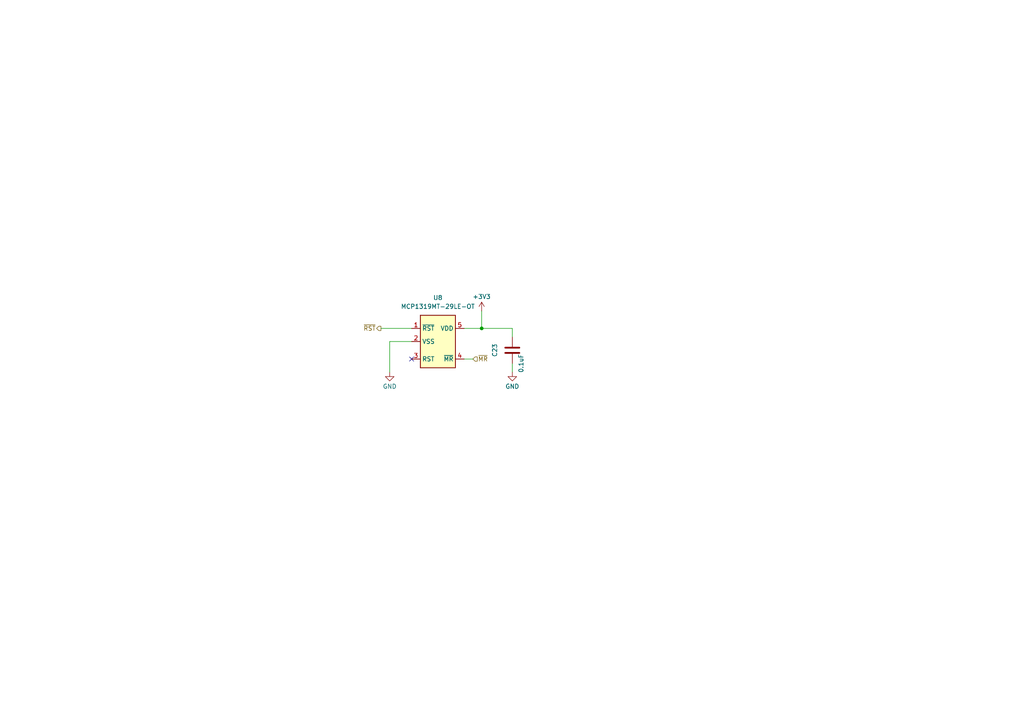
<source format=kicad_sch>
(kicad_sch (version 20231120) (generator "eeschema") (generator_version "8.0")
  (paper "A4")
  (title_block (date "2024-05-30") (rev "0.1"))
  (lib_symbols
    (symbol "Caravel_board:MCP1319MT-29LE-OT"
      (property "Reference" "U" (at -5.08 8.89 0))
      (property "Value" "MCP1319MT-29LE-OT" (at 8.89 8.89 0))
      (symbol "MCP1319MT-29LE-OT_0_1"
        (rectangle (start 5.08 7.62) (end -5.08 -7.62) (stroke (width 0.254)) (fill (type background)))
      )
      (symbol "MCP1319MT-29LE-OT_1_1"
        (pin output line (at -7.62 3.81 0) (length 2.54) (name "~{RST}") (number "1"))
        (pin power_in line (at -7.62 0 0) (length 2.54) (name "VSS") (number "2"))
        (pin output line (at -7.62 -5.08 0) (length 2.54) (name "RST") (number "3"))
        (pin input line (at 7.62 -5.08 180) (length 2.54) (name "~{MR}") (number "4"))
        (pin power_in line (at 7.62 3.81 180) (length 2.54) (name "VDD") (number "5"))
      )
    )
    (symbol "Device:C" (pin_numbers hide) (pin_names (offset 0.254))
      (property "Reference" "C" (at 0.635 2.54 0))
      (property "Value" "C" (at 0.635 -2.54 0))
      (symbol "C_0_1"
        (polyline (pts (xy -2.032 -0.762) (xy 2.032 -0.762)) (stroke (width 0.508)))
        (polyline (pts (xy -2.032 0.762) (xy 2.032 0.762)) (stroke (width 0.508)))
      )
      (symbol "C_1_1"
        (pin passive line (at 0 3.81 270) (length 2.794) (name "~") (number "1"))
        (pin passive line (at 0 -3.81 90) (length 2.794) (name "~") (number "2"))
      )
    )
    (symbol "power:+3V3" (power) (pin_numbers hide) (pin_names (offset 0) hide)
      (property "Value" "+3V3" (at 0 3.556 0))
      (symbol "+3V3_0_1"
        (polyline (pts (xy -0.762 1.27) (xy 0 2.54)))
        (polyline (pts (xy 0 0) (xy 0 2.54)))
        (polyline (pts (xy 0 2.54) (xy 0.762 1.27)))
      )
      (symbol "+3V3_1_1"
        (pin power_in line (at 0 0 90) (length 0) (name "~") (number "1"))
      )
    )
    (symbol "power:GND" (power) (pin_numbers hide) (pin_names (offset 0) hide)
      (property "Value" "GND" (at 0 -3.81 0))
      (symbol "GND_0_1"
        (polyline (pts (xy 0 0) (xy 0 -1.27) (xy 1.27 -1.27) (xy 0 -2.54) (xy -1.27 -1.27) (xy 0 -1.27)))
      )
      (symbol "GND_1_1"
        (pin power_in line (at 0 0 270) (length 0) (name "~") (number "1"))
      )
    )
  )
  (junction (at 139.7 95.25))
  (no_connect (at 119.38 104.14))
  (wire (pts (xy 148.59 95.25) (xy 148.59 97.79)))
  (wire (pts (xy 134.62 95.25) (xy 139.7 95.25)))
  (wire (pts (xy 148.59 105.41) (xy 148.59 107.95)))
  (wire (pts (xy 139.7 95.25) (xy 148.59 95.25)))
  (wire (pts (xy 137.16 104.14) (xy 134.62 104.14)))
  (wire (pts (xy 113.03 107.95) (xy 113.03 99.06)))
  (wire (pts (xy 110.49 95.25) (xy 119.38 95.25)))
  (wire (pts (xy 113.03 99.06) (xy 119.38 99.06)))
  (wire (pts (xy 139.7 95.25) (xy 139.7 90.17)))
  (hierarchical_label "~{RST}" (shape output) (at 110.49 95.25 180))
  (hierarchical_label "~{MR}" (shape input) (at 137.16 104.14 0))
  (symbol (lib_id "power:+3V3") (at 139.7 90.17 0) (unit 1)
    (property "Reference" "#PWR055" (effects (hide yes)))
    (property "Value" "+3V3" (at 139.7 86.0369 0))
    (property "Description" "Power symbol creates a global label with name \"+3V3\"" (effects (hide yes)))
  )
  (symbol (lib_id "Device:C") (at 148.59 101.6 180) (unit 1)
    (property "Reference" "C23" (at 143.51 101.6 90))
    (property "Value" "0.1uF" (at 151.13 105.41 90))
    (property "Footprint" "Capacitor_SMD:C_0805_2012Metric" (effects (hide yes)))
    (property "Description" "Unpolarized capacitor" (effects (hide yes)))
  )
  (symbol (lib_id "Caravel_board:MCP1319MT-29LE-OT") (at 127 99.06 0) (unit 1)
    (property "Reference" "U8" (at 127 86.36 0))
    (property "Value" "MCP1319MT-29LE-OT" (at 127 88.9 0))
    (property "Footprint" "Caravel_Board:PoR_5_SOT23" (effects (hide yes)))
    (property "Datasheet" "https://ww1.microchip.com/downloads/en/DeviceDoc/MCP131X-2X-Voltage-Supervisor-DS20001985E.pdf" (effects (hide yes)))
    (property "Description" "Microcontroller supervisory circuit, SOIC-8" (effects (hide yes)))
  )
  (symbol (lib_id "power:GND") (at 113.03 107.95 0) (unit 1)
    (property "Reference" "#PWR054" (effects (hide yes)))
    (property "Value" "GND" (at 113.03 112.0831 0))
    (property "Description" "Power symbol creates a global label with name \"GND\" , ground" (effects (hide yes)))
  )
  (symbol (lib_id "power:GND") (at 148.59 107.95 0) (unit 1)
    (property "Reference" "#PWR056" (effects (hide yes)))
    (property "Value" "GND" (at 148.59 112.0831 0))
    (property "Description" "Power symbol creates a global label with name \"GND\" , ground" (effects (hide yes)))
  )
)
</source>
